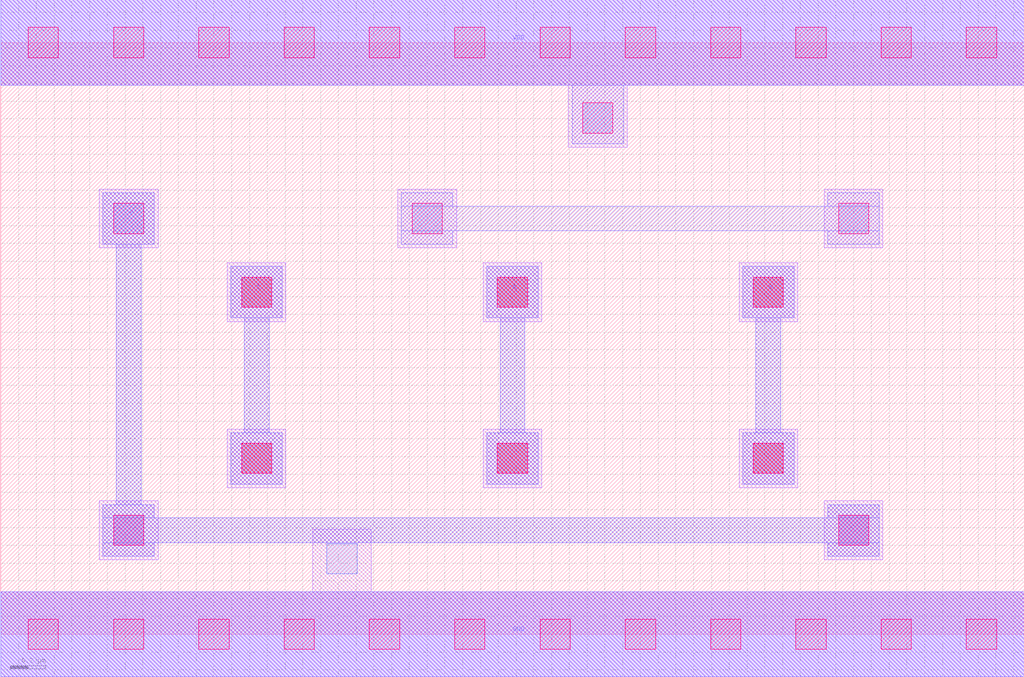
<source format=lef>
MACRO AOI21X1
 CLASS CORE ;
 FOREIGN AOI21X1 0 0 ;
 SIZE 5.76 BY 3.33 ;
 ORIGIN 0 0 ;
 SYMMETRY X Y R90 ;
 SITE unit ;
  PIN VDD
   DIRECTION INOUT ;
   USE POWER ;
   SHAPE ABUTMENT ;
    PORT
     CLASS CORE ;
       LAYER li1 ;
        RECT 0.00000000 3.09000000 5.76000000 3.57000000 ;
       LAYER met1 ;
        RECT 0.00000000 3.09000000 5.76000000 3.57000000 ;
    END
  END VDD

  PIN GND
   DIRECTION INOUT ;
   USE POWER ;
   SHAPE ABUTMENT ;
    PORT
     CLASS CORE ;
       LAYER li1 ;
        RECT 0.00000000 -0.24000000 5.76000000 0.24000000 ;
       LAYER met1 ;
        RECT 0.00000000 -0.24000000 5.76000000 0.24000000 ;
    END
  END GND

  PIN Y
   DIRECTION INOUT ;
   USE SIGNAL ;
   SHAPE ABUTMENT ;
    PORT
     CLASS CORE ;
       LAYER met1 ;
        RECT 0.57500000 0.44000000 0.86500000 0.51500000 ;
        RECT 4.65500000 0.44000000 4.94500000 0.51500000 ;
        RECT 0.57500000 0.51500000 4.94500000 0.65500000 ;
        RECT 0.57500000 0.65500000 0.86500000 0.73000000 ;
        RECT 4.65500000 0.65500000 4.94500000 0.73000000 ;
        RECT 0.65000000 0.73000000 0.79000000 2.19500000 ;
        RECT 0.57500000 2.19500000 0.86500000 2.48500000 ;
    END
  END Y

  PIN A
   DIRECTION INOUT ;
   USE SIGNAL ;
   SHAPE ABUTMENT ;
    PORT
     CLASS CORE ;
       LAYER met1 ;
        RECT 2.73500000 0.84500000 3.02500000 1.13500000 ;
        RECT 2.81000000 1.13500000 2.95000000 1.78000000 ;
        RECT 2.73500000 1.78000000 3.02500000 2.07000000 ;
    END
  END A

  PIN C
   DIRECTION INOUT ;
   USE SIGNAL ;
   SHAPE ABUTMENT ;
    PORT
     CLASS CORE ;
       LAYER met1 ;
        RECT 1.29500000 0.84500000 1.58500000 1.13500000 ;
        RECT 1.37000000 1.13500000 1.51000000 1.78000000 ;
        RECT 1.29500000 1.78000000 1.58500000 2.07000000 ;
    END
  END C

  PIN B
   DIRECTION INOUT ;
   USE SIGNAL ;
   SHAPE ABUTMENT ;
    PORT
     CLASS CORE ;
       LAYER met1 ;
        RECT 4.17500000 0.84500000 4.46500000 1.13500000 ;
        RECT 4.25000000 1.13500000 4.39000000 1.78000000 ;
        RECT 4.17500000 1.78000000 4.46500000 2.07000000 ;
    END
  END B

 OBS
    LAYER polycont ;
     RECT 1.35500000 0.90500000 1.52500000 1.07500000 ;
     RECT 2.79500000 0.90500000 2.96500000 1.07500000 ;
     RECT 4.23500000 0.90500000 4.40500000 1.07500000 ;
     RECT 1.35500000 1.84000000 1.52500000 2.01000000 ;
     RECT 2.79500000 1.84000000 2.96500000 2.01000000 ;
     RECT 4.23500000 1.84000000 4.40500000 2.01000000 ;

    LAYER pdiffc ;
     RECT 0.63500000 2.25500000 0.80500000 2.42500000 ;
     RECT 2.31500000 2.25500000 2.48500000 2.42500000 ;
     RECT 4.71500000 2.25500000 4.88500000 2.42500000 ;
     RECT 3.27500000 2.82000000 3.44500000 2.99000000 ;

    LAYER ndiffc ;
     RECT 1.83500000 0.34000000 2.00500000 0.51000000 ;
     RECT 0.63500000 0.50000000 0.80500000 0.67000000 ;
     RECT 4.71500000 0.50000000 4.88500000 0.67000000 ;

    LAYER li1 ;
     RECT 0.00000000 -0.24000000 5.76000000 0.24000000 ;
     RECT 1.75500000 0.24000000 2.08500000 0.59000000 ;
     RECT 0.55500000 0.42000000 0.88500000 0.75000000 ;
     RECT 4.63500000 0.42000000 4.96500000 0.75000000 ;
     RECT 1.27500000 0.82500000 1.60500000 1.15500000 ;
     RECT 2.71500000 0.82500000 3.04500000 1.15500000 ;
     RECT 4.15500000 0.82500000 4.48500000 1.15500000 ;
     RECT 1.27500000 1.76000000 1.60500000 2.09000000 ;
     RECT 2.71500000 1.76000000 3.04500000 2.09000000 ;
     RECT 4.15500000 1.76000000 4.48500000 2.09000000 ;
     RECT 0.55500000 2.17500000 0.88500000 2.50500000 ;
     RECT 2.23500000 2.17500000 2.56500000 2.50500000 ;
     RECT 4.63500000 2.17500000 4.96500000 2.50500000 ;
     RECT 3.19500000 2.74000000 3.52500000 3.09000000 ;
     RECT 0.00000000 3.09000000 5.76000000 3.57000000 ;

    LAYER viali ;
     RECT 0.15500000 -0.08500000 0.32500000 0.08500000 ;
     RECT 0.63500000 -0.08500000 0.80500000 0.08500000 ;
     RECT 1.11500000 -0.08500000 1.28500000 0.08500000 ;
     RECT 1.59500000 -0.08500000 1.76500000 0.08500000 ;
     RECT 2.07500000 -0.08500000 2.24500000 0.08500000 ;
     RECT 2.55500000 -0.08500000 2.72500000 0.08500000 ;
     RECT 3.03500000 -0.08500000 3.20500000 0.08500000 ;
     RECT 3.51500000 -0.08500000 3.68500000 0.08500000 ;
     RECT 3.99500000 -0.08500000 4.16500000 0.08500000 ;
     RECT 4.47500000 -0.08500000 4.64500000 0.08500000 ;
     RECT 4.95500000 -0.08500000 5.12500000 0.08500000 ;
     RECT 5.43500000 -0.08500000 5.60500000 0.08500000 ;
     RECT 0.63500000 0.50000000 0.80500000 0.67000000 ;
     RECT 4.71500000 0.50000000 4.88500000 0.67000000 ;
     RECT 1.35500000 0.90500000 1.52500000 1.07500000 ;
     RECT 2.79500000 0.90500000 2.96500000 1.07500000 ;
     RECT 4.23500000 0.90500000 4.40500000 1.07500000 ;
     RECT 1.35500000 1.84000000 1.52500000 2.01000000 ;
     RECT 2.79500000 1.84000000 2.96500000 2.01000000 ;
     RECT 4.23500000 1.84000000 4.40500000 2.01000000 ;
     RECT 0.63500000 2.25500000 0.80500000 2.42500000 ;
     RECT 2.31500000 2.25500000 2.48500000 2.42500000 ;
     RECT 4.71500000 2.25500000 4.88500000 2.42500000 ;
     RECT 3.27500000 2.82000000 3.44500000 2.99000000 ;
     RECT 0.15500000 3.24500000 0.32500000 3.41500000 ;
     RECT 0.63500000 3.24500000 0.80500000 3.41500000 ;
     RECT 1.11500000 3.24500000 1.28500000 3.41500000 ;
     RECT 1.59500000 3.24500000 1.76500000 3.41500000 ;
     RECT 2.07500000 3.24500000 2.24500000 3.41500000 ;
     RECT 2.55500000 3.24500000 2.72500000 3.41500000 ;
     RECT 3.03500000 3.24500000 3.20500000 3.41500000 ;
     RECT 3.51500000 3.24500000 3.68500000 3.41500000 ;
     RECT 3.99500000 3.24500000 4.16500000 3.41500000 ;
     RECT 4.47500000 3.24500000 4.64500000 3.41500000 ;
     RECT 4.95500000 3.24500000 5.12500000 3.41500000 ;
     RECT 5.43500000 3.24500000 5.60500000 3.41500000 ;

    LAYER met1 ;
     RECT 0.00000000 -0.24000000 5.76000000 0.24000000 ;
     RECT 1.29500000 0.84500000 1.58500000 1.13500000 ;
     RECT 1.37000000 1.13500000 1.51000000 1.78000000 ;
     RECT 1.29500000 1.78000000 1.58500000 2.07000000 ;
     RECT 2.73500000 0.84500000 3.02500000 1.13500000 ;
     RECT 2.81000000 1.13500000 2.95000000 1.78000000 ;
     RECT 2.73500000 1.78000000 3.02500000 2.07000000 ;
     RECT 4.17500000 0.84500000 4.46500000 1.13500000 ;
     RECT 4.25000000 1.13500000 4.39000000 1.78000000 ;
     RECT 4.17500000 1.78000000 4.46500000 2.07000000 ;
     RECT 0.57500000 0.44000000 0.86500000 0.51500000 ;
     RECT 4.65500000 0.44000000 4.94500000 0.51500000 ;
     RECT 0.57500000 0.51500000 4.94500000 0.65500000 ;
     RECT 0.57500000 0.65500000 0.86500000 0.73000000 ;
     RECT 4.65500000 0.65500000 4.94500000 0.73000000 ;
     RECT 0.65000000 0.73000000 0.79000000 2.19500000 ;
     RECT 0.57500000 2.19500000 0.86500000 2.48500000 ;
     RECT 2.25500000 2.19500000 2.54500000 2.27000000 ;
     RECT 4.65500000 2.19500000 4.94500000 2.27000000 ;
     RECT 2.25500000 2.27000000 4.94500000 2.41000000 ;
     RECT 2.25500000 2.41000000 2.54500000 2.48500000 ;
     RECT 4.65500000 2.41000000 4.94500000 2.48500000 ;
     RECT 3.21500000 2.76000000 3.50500000 3.09000000 ;
     RECT 0.00000000 3.09000000 5.76000000 3.57000000 ;

 END
END AOI21X1

</source>
